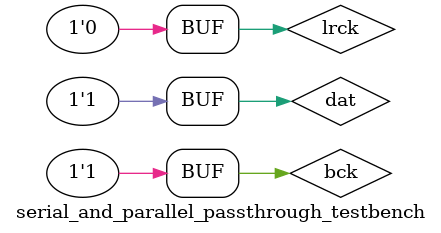
<source format=v>
module serial_and_parallel_passthrough_testbench;
reg bck;
reg lrck;
reg dat;
wire datOut;
wire [15:0] outl;
wire [15:0] outr;
wire [15:0] temp;
wire [3:0] temp3;
wire [3:0] temp2;
wire temp4;
parameter stimDelay = 10;
audio_serial_to_parallel DUT(bck, lrck, dat, outl, outr,temp,temp2);
audio_parallel_to_serial DUT2(bck, lrck, datOut, outl, outr, temp3, temp4);
initial
begin
//expected Rdata: 1100 1010 1100 1010
				 bck = 0; lrck = 0; dat=0;
#(stimDelay) bck = 1;
#(stimDelay) bck = 0; lrck=1;
#(stimDelay) bck = 1;
#(stimDelay) bck = 0; dat=1;//msb 1
#(stimDelay) bck = 1;
#(stimDelay) bck = 0; dat=1;
#(stimDelay) bck = 1;
#(stimDelay) bck = 0; dat=0;
#(stimDelay) bck = 1;
#(stimDelay) bck = 0; dat=0;
#(stimDelay) bck = 1;
#(stimDelay) bck = 0; dat=1;
#(stimDelay) bck = 1;
#(stimDelay) bck = 0; dat=0;
#(stimDelay) bck = 1;
#(stimDelay) bck = 0; dat=1;
#(stimDelay) bck = 1;
#(stimDelay) bck = 0; dat=0;
#(stimDelay) bck = 1;
#(stimDelay) bck = 0; dat=1;//9
#(stimDelay) bck = 1;
#(stimDelay) bck = 0; dat=1;
#(stimDelay) bck = 1;
#(stimDelay) bck = 0; dat=0;
#(stimDelay) bck = 1;
#(stimDelay) bck = 0; dat=0;
#(stimDelay) bck = 1;
#(stimDelay) bck = 0; dat=1;
#(stimDelay) bck = 1;
#(stimDelay) bck = 0; dat=0;
#(stimDelay) bck = 1;
#(stimDelay) bck = 0; dat=1;
#(stimDelay) bck = 1;
#(stimDelay) bck = 0; dat = 0; lrck=0; //lrclk switch to left channel last LSB

#(stimDelay) bck = 1; 
#(stimDelay) bck = 0; dat=1; //MSB left 
#(stimDelay) bck = 1; 
#(stimDelay) bck = 0; dat=0;
#(stimDelay) bck = 1; 
#(stimDelay) bck = 0; dat=1;
#(stimDelay) bck = 1; 
#(stimDelay) bck = 0; dat=1;
#(stimDelay) bck = 1; 
#(stimDelay) bck = 0; dat=1;
#(stimDelay) bck = 1; 
#(stimDelay) bck = 0; dat=1;
#(stimDelay) bck = 1; 
#(stimDelay) bck = 0; dat=1;
#(stimDelay) bck = 1; 
#(stimDelay) bck = 0; dat=1;
#(stimDelay) bck = 1; 
#(stimDelay) bck = 0; dat=0;
#(stimDelay) bck = 1; 
#(stimDelay) bck = 0; dat=1;
#(stimDelay) bck = 1; 
#(stimDelay) bck = 0; dat=1;
#(stimDelay) bck = 1; 
#(stimDelay) bck = 0; dat=1;
#(stimDelay) bck = 1; 
#(stimDelay) bck = 0; dat=1;
#(stimDelay) bck = 1; 
#(stimDelay) bck = 0; dat=1;
#(stimDelay) bck = 1; 
#(stimDelay) bck = 0; dat=1; 
#(stimDelay) bck = 1; 
#(stimDelay) bck = 0; dat=1; lrck=1; //<<- toggle lrclk on last bit//LSB left 
#(stimDelay) bck = 1; 


#(stimDelay) bck = 0; dat=0; //msb 1
#(stimDelay) bck = 1;
#(stimDelay) bck = 0; dat=1;
#(stimDelay) bck = 1;
#(stimDelay) bck = 0; dat=0;
#(stimDelay) bck = 1;
#(stimDelay) bck = 0; dat=1;
#(stimDelay) bck = 1;
#(stimDelay) bck = 0; dat=1;
#(stimDelay) bck = 1;
#(stimDelay) bck = 0; dat=0;
#(stimDelay) bck = 1;
#(stimDelay) bck = 0; dat=1;
#(stimDelay) bck = 1;
#(stimDelay) bck = 0; dat=0;
#(stimDelay) bck = 1;
#(stimDelay) bck = 0; dat=1;//9
#(stimDelay) bck = 1;
#(stimDelay) bck = 0; dat=1;
#(stimDelay) bck = 1;
#(stimDelay) bck = 0; dat=0;
#(stimDelay) bck = 1;
#(stimDelay) bck = 0; dat=0;
#(stimDelay) bck = 1;
#(stimDelay) bck = 0; dat=1;
#(stimDelay) bck = 1;
#(stimDelay) bck = 0; dat=0;
#(stimDelay) bck = 1;
#(stimDelay) bck = 0; dat=1;
#(stimDelay) bck = 1;
#(stimDelay) bck = 0; dat=0; lrck=0; //lrclk switch to left channel
#(stimDelay) bck = 1; 
#(stimDelay) bck = 0; dat=0; //MSB left 
#(stimDelay) bck = 1; 
#(stimDelay) bck = 0; dat=1;
#(stimDelay) bck = 1; 
#(stimDelay) bck = 0; dat=1;
#(stimDelay) bck = 1; 
#(stimDelay) bck = 0; dat=1;
#(stimDelay) bck = 1; 
#(stimDelay) bck = 0; dat=1;
#(stimDelay) bck = 1; 
#(stimDelay) bck = 0; dat=1;
#(stimDelay) bck = 1; 
#(stimDelay) bck = 0; dat=1;
#(stimDelay) bck = 1; 
#(stimDelay) bck = 0; dat=1;
#(stimDelay) bck = 1; 
#(stimDelay) bck = 0; dat=0;
#(stimDelay) bck = 1; 
#(stimDelay) bck = 0; dat=1;
#(stimDelay) bck = 1; 
#(stimDelay) bck = 0; dat=1;
#(stimDelay) bck = 1; 
#(stimDelay) bck = 0; dat=1;
#(stimDelay) bck = 1; 
#(stimDelay) bck = 0; dat=1;
#(stimDelay) bck = 1; 
#(stimDelay) bck = 0; dat=1;
#(stimDelay) bck = 1; 
#(stimDelay) bck = 0; dat=1;
#(stimDelay) bck = 1; 
#(stimDelay) bck = 0; dat=1; lrck=1;//LSB left 
#(stimDelay) bck = 1; 
#(stimDelay) bck = 0; dat=1;//msb 1
#(stimDelay) bck = 1;
#(stimDelay) bck = 0; dat=0;
#(stimDelay) bck = 1;
#(stimDelay) bck = 0; dat=0;
#(stimDelay) bck = 1;
#(stimDelay) bck = 0; dat=1;
#(stimDelay) bck = 1;
#(stimDelay) bck = 0; dat=1;
#(stimDelay) bck = 1;
#(stimDelay) bck = 0; dat=1;
#(stimDelay) bck = 1;
#(stimDelay) bck = 0; dat=1;
#(stimDelay) bck = 1;
#(stimDelay) bck = 0; dat=0;
#(stimDelay) bck = 1;
#(stimDelay) bck = 0; dat=1;//9
#(stimDelay) bck = 1;
#(stimDelay) bck = 0; dat=1;
#(stimDelay) bck = 1;
#(stimDelay) bck = 0; dat=0;
#(stimDelay) bck = 1;
#(stimDelay) bck = 0; dat=0;
#(stimDelay) bck = 1;
#(stimDelay) bck = 0; dat=1;
#(stimDelay) bck = 1;
#(stimDelay) bck = 0; dat=0;
#(stimDelay) bck = 1;
#(stimDelay) bck = 0; dat=1;
#(stimDelay) bck = 1;
#(stimDelay) bck = 0; dat=0; //lsb
#(stimDelay) bck = 1;
#(stimDelay) bck = 0; //no data
#(stimDelay) bck = 1;
#(stimDelay) bck = 0; //no data
#(stimDelay) bck = 1;
#(stimDelay) bck = 0; lrck=0;
#(stimDelay) bck = 1; 
#(stimDelay) bck = 0; dat=0; //MSB left 
#(stimDelay) bck = 1; 
#(stimDelay) bck = 0; dat=1;
#(stimDelay) bck = 1; 
#(stimDelay) bck = 0; dat=1;
#(stimDelay) bck = 1; 
#(stimDelay) bck = 0; dat=1;
#(stimDelay) bck = 1; 
#(stimDelay) bck = 0; dat=1;
#(stimDelay) bck = 1; 
#(stimDelay) bck = 0; dat=1;
#(stimDelay) bck = 1; 
#(stimDelay) bck = 0; dat=1;
#(stimDelay) bck = 1; 
#(stimDelay) bck = 0; dat=1;
#(stimDelay) bck = 1; 
#(stimDelay) bck = 0; dat=0;
#(stimDelay) bck = 1; 
#(stimDelay) bck = 0; dat=1;
#(stimDelay) bck = 1; 
#(stimDelay) bck = 0; dat=1;
#(stimDelay) bck = 1; 
#(stimDelay) bck = 0; dat=1;
#(stimDelay) bck = 1; 
#(stimDelay) bck = 0; dat=1;
#(stimDelay) bck = 1; 
#(stimDelay) bck = 0; dat=1;
#(stimDelay) bck = 1; 
#(stimDelay) bck = 0; dat=1;
#(stimDelay) bck = 1; 
#(stimDelay) bck = 0; dat=1; //LSB left 
#(stimDelay) bck = 1; 
#100; //Let simulation finish
end

endmodule
</source>
